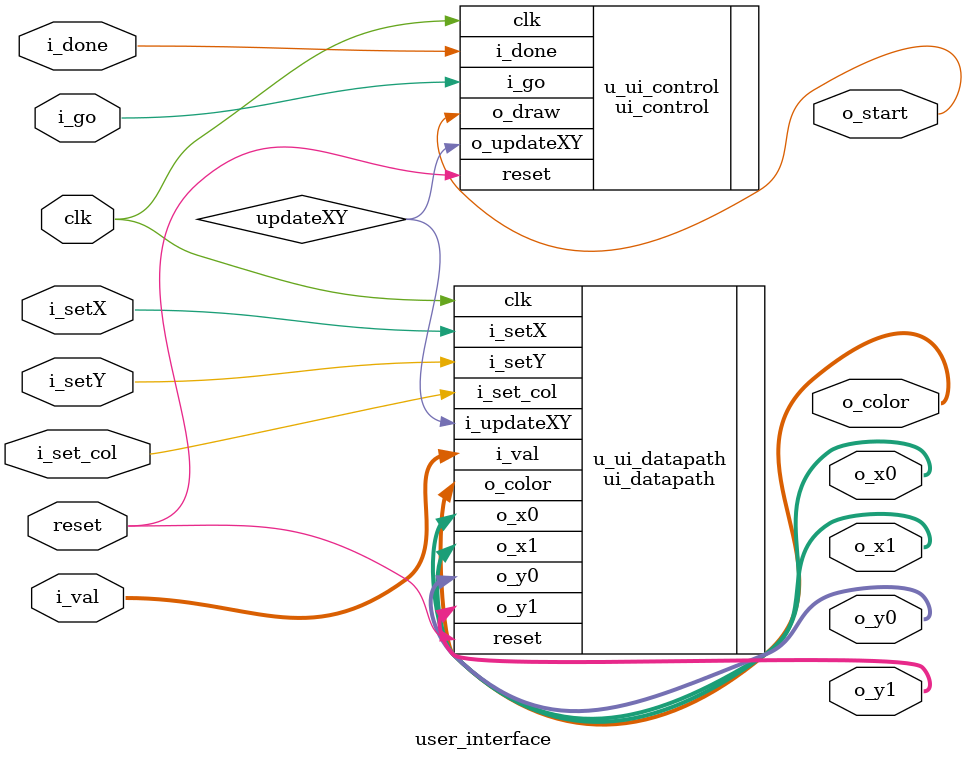
<source format=sv>

module user_interface (
    input clk,
    input reset,

    input i_setX,
    input i_setY,
    input i_set_col,
    input i_go,
    input [8:0] i_val,

    input i_done,

    output logic o_start,
    output logic [2:0] o_color,
    output logic [8:0] o_x0,
    output logic [7:0] o_y0,
    output logic [8:0] o_x1,
    output logic [7:0] o_y1
);

    logic updateXY;

    ui_control  u_ui_control (
        .clk       ( clk       ),
        .reset     ( reset     ),
        .i_go      ( i_go      ),
        .i_done    ( i_done    ),

        .o_updateXY( updateXY),
        .o_draw    ( o_start    )
    );

    ui_datapath  u_ui_datapath (
        .clk         ( clk        ),
        .reset       ( reset      ),
        .i_setX      ( i_setX     ),
        .i_setY      ( i_setY     ),
        .i_set_col   ( i_set_col  ),
        .i_updateXY  ( updateXY ),
        .i_val       ( i_val      ),

        .o_color     (o_color     ),
        .o_x0        (o_x0        ),
        .o_y0        (o_y0        ),
        .o_x1        (o_x1        ),
        .o_y1        (o_y1        )
    );

endmodule
</source>
